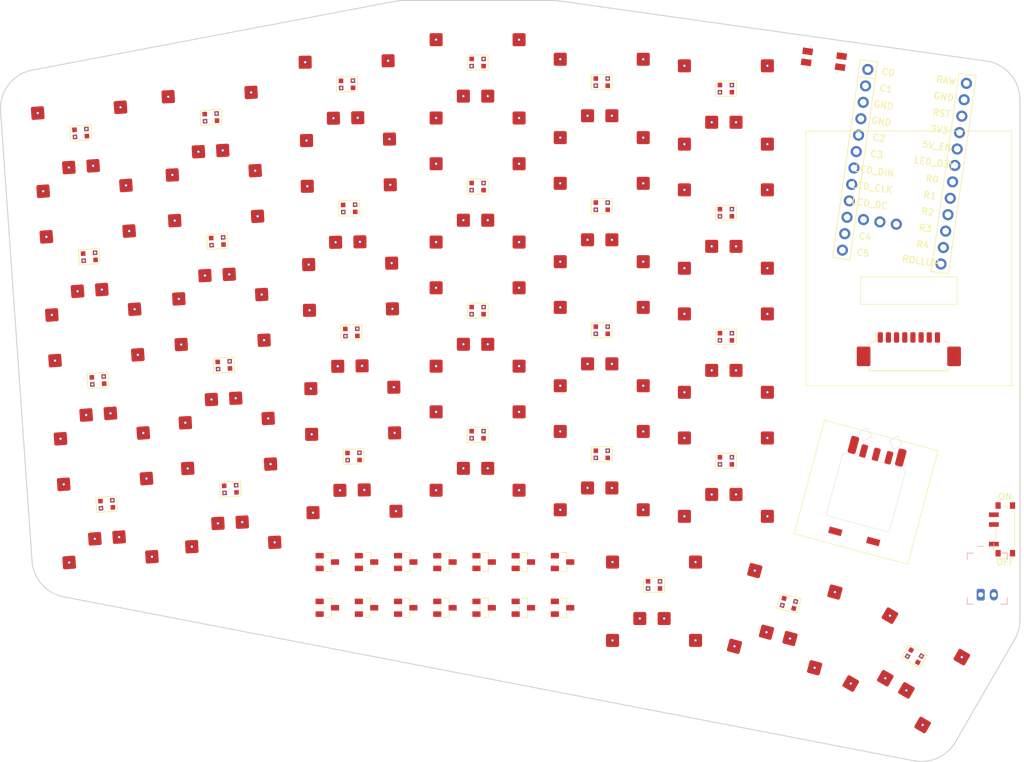
<source format=kicad_pcb>
(kicad_pcb (version 20241229) (generator "pcbnew") (generator_version "9.0")
  (title_block (title "toomanykeys_left_unrouted") (date "2025-06-10") (rev "0.1") (company "huntercook"))
  (layers (0 "F.Cu" signal) (2 "B.Cu" signal) (13 "F.Paste" user) (15 "B.Paste" user) (5 "F.SilkS" user "F.Silkscreen") (7 "B.SilkS" user "B.Silkscreen") (1 "F.Mask" user) (3 "B.Mask" user) (25 "Edge.Cuts" user))
  (net 0 "")
  (net 1 "RAW")
  (net 2 "GND")
  (net 3 "RST")
  (net 4 "3V3")
  (net 5 "5V_EN")
  (net 6 "LED_D3V")
  (net 7 "R0")
  (net 8 "R1")
  (net 9 "R2")
  (net 10 "R3")
  (net 11 "R4")
  (net 12 "ROLLUP")
  (net 13 "C0")
  (net 14 "C1")
  (net 15 "C2")
  (net 16 "C3")
  (net 17 "LCD_DIN")
  (net 18 "LCD_CLK")
  (net 19 "LCD_DC")
  (net 20 "LCD_BL")
  (net 21 "C4")
  (net 22 "C5")
  (net 23 "LCD_CS")
  (net 24 "LCD_RST")
  (net 25 "ROLLDN")
  (net 26 "outer_bottom")
  (net 27 "outer_home")
  (net 28 "outer_top")
  (net 29 "outer_num")
  (net 30 "pinky_bottom")
  (net 31 "pinky_home")
  (net 32 "pinky_top")
  (net 33 "pinky_num")
  (net 34 "ring_bottom")
  (net 35 "ring_home")
  (net 36 "ring_top")
  (net 37 "ring_num")
  (net 38 "middle_bottom")
  (net 39 "middle_home")
  (net 40 "middle_top")
  (net 41 "middle_num")
  (net 42 "index_bottom")
  (net 43 "index_home")
  (net 44 "index_top")
  (net 45 "index_num")
  (net 46 "inner_bottom")
  (net 47 "inner_home")
  (net 48 "inner_top")
  (net 49 "inner_num")
  (net 50 "near_fan")
  (net 51 "mid_fan")
  (net 52 "far_fan")
  (net 53 "LED_27")
  (net 54 "LED_26")
  (net 55 "5V")
  (net 56 "LED_25")
  (net 57 "LED_24")
  (net 58 "LED_23")
  (net 59 "LED_19")
  (net 60 "LED_18")
  (net 61 "LED_17")
  (net 62 "LED_16")
  (net 63 "LED_15")
  (net 64 "LED_11")
  (net 65 "LED_10")
  (net 66 "LED_9")
  (net 67 "LED_8")
  (net 68 "LED_7")
  (net 69 "LED_20")
  (net 70 "LED_21")
  (net 71 "LED_22")
  (net 72 "LED_12")
  (net 73 "LED_13")
  (net 74 "LED_14")
  (net 75 "LED_4")
  (net 76 "LED_3")
  (net 77 "LED_5")
  (net 78 "LED_6")
  (net 79 "LED_2")
  (net 80 "LED_1")
  (net 81 "LED_D5V")
  (net 82 "roller")
  (net 83 "BAT_P")
  (footprint "ceoloide:power_switch_smd_side" (layer "F.Cu") (at 137.338327 1.357023)
    (property "Reference" "PWR1" (hide yes))
    (property "Value" "")
  )
  (footprint "PG1316S" (layer "F.Cu") (at 36.985386 -45.306051 1)
    (property "Reference" "S11" (hide yes))
    (property "Value" "")
  )
  (footprint "ceoloide:mounting_hole_npth" (layer "F.Cu") (at 69.593327 -76.642977)
    (property "Reference" "MH4" (hide yes))
    (property "Value" "")
  )
  (footprint "BAV70 SOT23" (layer "F.Cu") (at 51.593327 13.357023 -90)
    (property "Reference" "D3" (hide yes))
    (property "Value" "BAV70")
  )
  (footprint "ceoloide:mounting_hole_npth" (layer "F.Cu") (at 5.162444 -69.529484 4)
    (property "Reference" "MH1" (hide yes))
    (property "Value" "")
  )
  (footprint "PG1316S" (layer "F.Cu") (at 56.593327 -67.642977)
    (property "Reference" "S16" (hide yes))
    (property "Value" "")
  )
  (footprint "PG1316S" (layer "F.Cu") (at 94.593327 -63.642977)
    (property "Reference" "S24" (hide yes))
    (property "Value" "")
  )
  (footprint "PG1316S" (layer "F.Cu") (at 75.593327 -7.642977)
    (property "Reference" "S17" (hide yes))
    (property "Value" "")
  )
  (footprint "LED_WS2812B-2020_PLCC4_2.0x2.0mm" (layer "F.Cu") (at 36.61016 -66.802776 -179)
    (property "Reference" "LED8" (hide yes))
    (property "Value" "")
  )
  (footprint "ceoloide:reset_switch_smd_side" (layer "F.Cu") (at 109.593327 -70.642977 -8)
    (property "Reference" "RST1" (hide yes))
    (property "Value" "")
  )
  (footprint "PG1316S" (layer "F.Cu") (at 36.653791 -64.303157 1)
    (property "Reference" "S12" (hide yes))
    (property "Value" "")
  )
  (footprint "LCD_1.69_Waveshare" (layer "F.Cu") (at 122.593327 -40.142977 180)
    (property "Reference" "LCD1" (hide yes))
    (property "Value" "")
  )
  (footprint "LED_WS2812B-2020_PLCC4_2.0x2.0mm" (layer "F.Cu") (at 94.593327 -66.142977)
    (property "Reference" "LED24" (hide yes))
    (property "Value" "")
  )
  (footprint "PG1316S" (layer "F.Cu") (at 17.889577 -21.296898 3)
    (property "Reference" "S6" (hide yes))
    (property "Value" "")
  )
  (footprint "BAV70 SOT23" (layer "F.Cu") (at 45.593327 6.357023 -90)
    (property "Reference" "D10" (hide yes))
    (property "Value" "BAV70")
  )
  (footprint "CKW12" (layer "F.Cu") (at 116.048827 -4.331612 75)
    (property "Reference" "RE1" (hide yes))
    (property "Value" "")
    (fp_line (start -4.5 -5) (end 4.5 -4.999999) (stroke (width 0.05)) (layer "Edge.Cuts"))
    (fp_line (start 5 -4.5) (end 4.999999 4.5) (stroke (width 0.05)) (layer "Edge.Cuts"))
    (fp_line (start 8.393604 -3.394264) (end 7.545076 -2.545736) (stroke (width 0.05)) (layer "Edge.Cuts"))
    (fp_line (start 8.605736 -3.394264) (end 9.454264 -2.545736) (stroke (width 0.05)) (layer "Edge.Cuts"))
    (fp_line (start 7.545076 -2.333604) (end 8.393604 -1.485076) (stroke (width 0.05)) (layer "Edge.Cuts"))
    (fp_line (start 8.605736 -1.485076) (end 9.454264 -2.333604) (stroke (width 0.05)) (layer "Edge.Cuts"))
    (fp_line (start -5 4.5) (end -4.999999 -4.5) (stroke (width 0.05)) (layer "Edge.Cuts"))
    (fp_line (start 8.397868 1.480812) (end 7.54934 2.32934) (stroke (width 0.05)) (layer "Edge.Cuts"))
    (fp_line (start 8.61 1.480812) (end 9.458528 2.32934) (stroke (width 0.05)) (layer "Edge.Cuts"))
    (fp_line (start -4.5 4.999999) (end 4.5 5) (stroke (width 0.05)) (layer "Edge.Cuts"))
    (fp_line (start 7.54934 2.541472) (end 8.397868 3.39) (stroke (width 0.05)) (layer "Edge.Cuts"))
    (fp_line (start 8.61 3.39) (end 9.458528 2.541472) (stroke (width 0.05)) (layer "Edge.Cuts"))
    (fp_line (start 4.5 5) (end 4.999999 4.5) (stroke (width 0.05)) (layer "Edge.Cuts"))
    (fp_arc (start -4.999999 -4.5) (mid -4.853553 -4.853553) (end -4.5 -5) (stroke (width 0.05)) (layer "Edge.Cuts"))
    (fp_arc (start 4.5 -4.999999) (mid 4.853553 -4.853553) (end 5 -4.5) (stroke (width 0.05)) (layer "Edge.Cuts"))
    (fp_arc (start 8.393604 -3.394264) (mid 8.49967 -3.438198) (end 8.605736 -3.394264) (stroke (width 0.05)) (layer "Edge.Cuts"))
    (fp_arc (start 7.545076 -2.333604) (mid 7.501142 -2.43967) (end 7.545076 -2.545736) (stroke (width 0.05)) (layer "Edge.Cuts"))
    (fp_arc (start 9.454264 -2.545736) (mid 9.498198 -2.43967) (end 9.454264 -2.333604) (stroke (width 0.05)) (layer "Edge.Cuts"))
    (fp_arc (start 8.605736 -1.485076) (mid 8.49967 -1.441142) (end 8.393604 -1.485076) (stroke (width 0.05)) (layer "Edge.Cuts"))
    (fp_arc (start 8.397868 1.480812) (mid 8.503934 1.436878) (end 8.61 1.480812) (stroke (width 0.05)) (layer "Edge.Cuts"))
    (fp_arc (start -4.5 4.999999) (mid -4.853553 4.853553) (end -5 4.5) (stroke (width 0.05)) (layer "Edge.Cuts"))
    (fp_arc (start 7.54934 2.541472) (mid 7.505406 2.435406) (end 7.54934 2.32934) (stroke (width 0.05)) (layer "Edge.Cuts"))
    (fp_arc (start 9.458528 2.32934) (mid 9.502462 2.435406) (end 9.458528 2.541472) (stroke (width 0.05)) (layer "Edge.Cuts"))
    (fp_arc (start 8.61 3.39) (mid 8.503934 3.433934) (end 8.397868 3.39) (stroke (width 0.05)) (layer "Edge.Cuts"))
  )
  (footprint "PG1316S" (layer "F.Cu") (at 94.593327 -44.642977)
    (property "Reference" "S23" (hide yes))
    (property "Value" "")
  )
  (footprint "LED_WS2812B-2020_PLCC4_2.0x2.0mm" (layer "F.Cu") (at 75.593327 -29.142977 180)
    (property "Reference" "LED10" (hide yes))
    (property "Value" "")
  )
  (footprint "LED_WS2812B-2020_PLCC4_2.0x2.0mm" (layer "F.Cu") (at -2.825137 -40.401344 -176)
    (property "Reference" "LED3" (hide yes))
    (property "Value" "")
  )
  (footprint "BAV70 SOT23" (layer "F.Cu") (at 33.593327 6.357023 -90)
    (property "Reference" "D2" (hide yes))
    (property "Value" "BAV70")
  )
  (footprint "PG1316S" (layer "F.Cu") (at 56.593327 -48.642977)
    (property "Reference" "S15" (hide yes))
    (property "Value" "")
  )
  (footprint "LED_WS2812B-2020_PLCC4_2.0x2.0mm" (layer "F.Cu") (at 15.769971 -61.741395 3)
    (property "Reference" "LED16" (hide yes))
    (property "Value" "")
  )
  (footprint "BAV70 SOT23" (layer "F.Cu") (at 39.593327 6.357023 -90)
    (property "Reference" "D6" (hide yes))
    (property "Value" "BAV70")
  )
  (footprint "BAV70 SOT23" (layer "F.Cu") (at 45.593327 13.357023 -90)
    (property "Reference" "D12" (hide yes))
    (property "Value" "BAV70")
  )
  (footprint "PG1316S" (layer "F.Cu") (at 75.593327 -45.642977)
    (property "Reference" "S19" (hide yes))
    (property "Value" "")
  )
  (footprint "ceoloide:mounting_hole_npth" (layer "F.Cu") (at 68.593327 22.357023)
    (property "Reference" "MH5" (hide yes))
    (property "Value" "")
  )
  (footprint "ceoloide:mounting_hole_npth" (layer "F.Cu") (at 116.200091 33.332005 -30)
    (property "Reference" "MH6" (hide yes))
    (property "Value" "")
  )
  (footprint "PG1316S" (layer "F.Cu") (at 56.593327 -29.642977)
    (property "Reference" "S14" (hide yes))
    (property "Value" "")
  )
  (footprint "LED_WS2812B-2020_PLCC4_2.0x2.0mm" (layer "F.Cu") (at 16.764354 -42.767433 3)
    (property "Reference" "LED15" (hide yes))
    (property "Value" "")
  )
  (footprint "PG1316S" (layer "F.Cu") (at 122.200091 22.9397 -30)
    (property "Reference" "S27" (hide yes))
    (property "Value" "")
  )
  (footprint "LED_WS2812B-2020_PLCC4_2.0x2.0mm" (layer "F.Cu") (at -1.499764 -21.447627 -176)
    (property "Reference" "LED2" (hide yes))
    (property "Value" "")
  )
  (footprint "PG1316S" (layer "F.Cu") (at 94.593327 -6.642977)
    (property "Reference" "S21" (hide yes))
    (property "Value" "")
  )
  (footprint "PG1316S" (layer "F.Cu") (at 103.593327 15.107023 -15)
    (property "Reference" "S26" (hide yes))
    (property "Value" "")
  )
  (footprint "PG1316S" (layer "F.Cu") (at 75.593327 -26.642977)
    (property "Reference" "S18" (hide yes))
    (property "Value" "")
  )
  (footprint "PG1316S" (layer "F.Cu") (at 15.900811 -59.244821 3)
    (property "Reference" "S8" (hide yes))
    (property "Value" "")
  )
  (footprint "PG1316S" (layer "F.Cu") (at -1.325373 -18.953717 4)
    (property "Reference" "S2" (hide yes))
    (property "Value" "")
  )
  (footprint "LED_WS2812B-2020_PLCC4_2.0x2.0mm" (layer "F.Cu") (at 56.593327 -13.142977)
    (property "Reference" "LED17" (hide yes))
    (property "Value" "")
  )
  (footprint "PG1316S" (layer "F.Cu") (at 83.593327 12.357023)
    (property "Reference" "S25" (hide yes))
    (property "Value" "")
  )
  (footprint "PG1316S" (layer "F.Cu") (at 16.895194 -40.27086 3)
    (property "Reference" "S7" (hide yes))
    (property "Value" "")
  )
  (footprint "PG1316S" (layer "F.Cu") (at -2.650746 -37.907434 4)
    (property "Reference" "S3" (hide yes))
    (property "Value" "")
  )
  (footprint "LED_WS2812B-2020_PLCC4_2.0x2.0mm" (layer "F.Cu") (at -0.174391 -2.49391 -176)
    (property "Reference" "LED1" (hide yes))
    (property "Value" "")
  )
  (footprint "BAV70 SOT23" (layer "F.Cu") (at 51.593327 6.357023 -90)
    (property "Reference" "D1" (hide yes))
    (property "Value" "BAV70")
  )
  (footprint "BAV70 SOT23" (layer "F.Cu") (at 57.593327 13.357023 -90)
    (property "Reference" "D7" (hide yes))
    (property "Value" "BAV70")
  )
  (footprint "ceoloide:mcu_nice_nano" (layer "F.Cu") (at 122.093327 -55.442977 -8)
    (property "Reference" "MCU1" (hide yes))
    (property "Value" "")
  )
  (footprint "LED_WS2812B-2020_PLCC4_2.0x2.0mm" (layer "F.Cu") (at 56.593327 -70.142977)
    (property "Reference" "LED20" (hide yes))
    (property "Value" "")
  )
  (footprint "LED_WS2812B-2020_PLCC4_2.0x2.0mm" (layer "F.Cu") (at -4.15051 -59.355061 -176)
    (property "Reference" "LED4" (hide yes))
    (property "Value" "")
  )
  (footprint "LED_WS2812B-2020_PLCC4_2.0x2.0mm" (layer "F.Cu") (at 75.593327 -10.142977 180)
    (property "Reference" "LED9" (hide yes))
    (property "Value" "")
  )
  (footprint "BAV70 SOT23" (layer "F.Cu") (at 57.593327 6.357023 -90)
    (property "Reference" "D5" (hide yes))
    (property "Value" "BAV70")
  )
  (footprint "LED_WS2812B-2020_PLCC4_2.0x2.0mm" (layer "F.Cu") (at 18.753121 -4.819511 3)
    (property "Reference" "LED13" (hide yes))
    (property "Value" "")
  )
  (footprint "PG1316S" (layer "F.Cu") (at -3.976119 -56.861151 4)
    (property "Reference" "S4" (hide yes))
    (property "Value" "")
  )
  (footprint "LED_WS2812B-2020_PLCC4_2.0x2.0mm" (layer "F.Cu") (at 36.941755 -47.80567 -179)
    (property "Reference" "LED7" (hide yes))
    (property "Value" "")
  )
  (footprint "LED_WS2812B-2020_PLCC4_2.0x2.0mm" (layer "F.Cu") (at 56.593327 -32.142977)
    (property "Reference" "LED18" (hide yes))
    (property "Value" "")
  )
  (footprint "PG1316S" (layer "F.Cu") (at 56.593327 -10.642977)
    (property "Reference" "S13" (hide yes))
    (property "Value" "")
  )
  (footprint "ceoloide:mounting_hole_npth" (layer "F.Cu") (at 43.593327 -76.642977)
    (property "Reference" "MH3" (hide yes))
    (property "Value" "")
  )
  (footprint "LED_WS2812B-2020_PLCC4_2.0x2.0mm" (layer "F.Cu") (at 83.593327 9.857023)
    (property "Reference" "LED25" (hide yes))
    (property "Value" "")
  )
  (footprint "ceoloide:mounting_hole_npth" (layer "F.Cu") (at 136.860345 17.547395 -30)
    (property "Reference" "MH7" (hide yes))
    (property "Value" "")
  )
  (footprint "LED_WS2812B-2020_PLCC4_2.0x2.0mm" (layer "F.Cu") (at 123.450091 20.774636 -30)
    (property "Reference" "LED27" (hide yes))
    (property "Value" "")
  )
  (footprint "LED_WS2812B-2020_PLCC4_2.0x2.0mm" (layer "F.Cu") (at 37.604947 -9.811458 -179)
    (property "Reference" "LED5" (hide yes))
    (property "Value" "")
  )
  (footprint "LED_WS2812B-2020_PLCC4_2.0x2.0mm" (layer "F.Cu") (at 94.593327 -47.142977)
    (property "Reference" "LED23" (hide yes))
    (property "Value" "")
  )
  (footprint "LED_WS2812B-2020_PLCC4_2.0x2.0mm" (layer "F.Cu") (at 56.593327 -51.142977)
    (property "Reference" "LED19" (hide yes))
    (property "Value" "")
  )
  (footprint "BAV70 SOT23" (layer "F.Cu") (at 63.593327 13.357023 -90)
    (property "Reference" "D11" (hide yes))
    (property "Value" "BAV70")
  )
  (footprint "PG1316S" (layer "F.Cu") (at 0 0 4)
    (property "Reference" "S1" (hide yes))
    (property "Value" "")
  )
  (footprint "BAV70 SOT23" (layer "F.Cu") (at 69.593327 13.357023 -90)
    (property "Reference" "D14" (hide yes))
    (property "Value" "BAV70")
  )
  (footprint "ceoloide:mounting_hole_npth" (layer "F.Cu") (at 7.63311 12.285908 3)
    (property "Reference" "MH2" (hide yes))
    (property "Value" "")
  )
  (footprint "LED_WS2812B-2020_PLCC4_2.0x2.0mm" (layer "F.Cu") (at 17.758737 -23.793472 3)
    (property "Reference" "LED14" (hide yes))
    (property "Value" "")
  )
  (footprint "LED_WS2812B-2020_PLCC4_2.0x2.0mm" (layer "F.Cu") (at 104.240374 12.692208 -15)
    (property "Reference" "LED26" (hide yes))
    (property "Value" "")
  )
  (footprint "LED_WS2812B-2020_PLCC4_2.0x2.0mm" (layer "F.Cu") (at 37.273351 -28.808564 -179)
    (property "Reference" "LED6" (hide yes))
    (property "Value" "")
  )
  (footprint "BAV70 SOT23" (layer "F.Cu") (at 69.593327 6.357023 -90)
    (property "Reference" "D13" (hide yes))
    (property "Value" "BAV70")
  )
  (footprint "LED_WS2812B-2020_PLCC4_2.0x2.0mm" (layer "F.Cu") (at 75.593327 -67.142977 180)
    (property "Reference" "LED12" (hide yes))
    (property "Value" "")
  )
  (footprint "LED_WS2812B-2020_PLCC4_2.0x2.0mm" (layer "F.Cu") (at 94.593327 -9.142977)
    (property "Reference" "LED21" (hide yes))
    (property "Value" "")
  )
  (footprint "PG1316S" (layer "F.Cu") (at 94.593327 -25.642977)
    (property "Reference" "S22" (hide yes))
    (property "Value" "")
  )
  (footprint "PG1316S" (layer "F.Cu") (at 37.648578 -7.311838 1)
    (property "Reference" "S9" (hide yes))
    (property "Value" "")
  )
  (footprint "Molex_PicoBlade_53261-0871_1x08-1MP_P1.25mm_Horizontal" (layer "F.Cu") (at 122.593327 -25.642977)
    (property "Reference" "CONN1" (hide yes))
    (property "Value" "")
  )
  (footprint "PG1316S" (layer "F.Cu") (at 37.316982 -26.308945 1)
    (property "Reference" "S10" (hide yes))
    (property "Value" "")
  )
  (footprint "PG1316S" (layer "F.Cu") (at 75.593327 -64.642977)
    (property "Reference" "S20" (hide yes))
    (property "Value" "")
  )
  (footprint "LED_WS2812B-2020_PLCC4_2.0x2.0mm" (layer "F.Cu") (at 75.593327 -48.142977 180)
    (property "Reference" "LED11" (hide yes))
    (property "Value" "")
  )
  (footprint "BAV70 SOT23" (layer "F.Cu") (at 39.593327 13.357023 -90)
    (property "Reference" "D8" (hide yes))
    (property "Value" "BAV70")
  )
  (footprint "LED_WS2812B-2020_PLCC4_2.0x2.0mm" (layer "F.Cu") (at 94.593327 -28.142977)
    (property "Reference" "LED22" (hide yes))
    (property "Value" "")
  )
  (footprint "BAV70 SOT23" (layer "F.Cu") (at 63.593327 6.357023 -90)
    (property "Reference" "D9" (hide yes))
    (property "Value" "BAV70")
  )
  (footprint "PG1316S" (layer "F.Cu") (at 18.883961 -2.322937 3)
    (property "Reference" "S5" (hide yes))
    (property "Value" "")
  )
  (footprint "BAV70 SOT23" (layer "F.Cu") (at 33.593327 13.357023 -90)
    (property "Reference" "D4" (hide yes))
    (property "Value" "BAV70")
  )
  (footprint "ceoloide:battery_connector_jst_ph_2" (layer "B.Cu") (at 134.593327 11.357023 180)
    (property "Reference" "JST1" (hide yes))
    (property "Value" "")
  )
  (gr_arc (start -6.745902 11.686037) (mid -10.100348 9.773571) (end -11.594835 6.213186) (stroke (width 0.15)) (layer "Edge.Cuts"))
  (gr_line (start 123.395824 36.790433) (end -6.745902 11.686037) (stroke (width 0.15)) (layer "Edge.Cuts"))
  (gr_arc (start 68.172867 -79.642977) (mid 68.592299 -79.628301) (end 69.009678 -79.584336) (stroke (width 0.15)) (layer "Edge.Cuts"))
  (gr_line (start 138.789898 18.199051) (end 129.728847 33.898317) (stroke (width 0.15)) (layer "Edge.Cuts"))
  (gr_line (start 139.593327 -64.428828) (end 139.593327 15.199777) (stroke (width 0.15)) (layer "Edge.Cuts"))
  (gr_arc (start 134.430138 -70.370187) (mid 138.122167 -68.364501) (end 139.593327 -64.428828) (stroke (width 0.15)) (layer "Edge.Cuts"))
  (gr_arc (start 139.593327 15.199777) (mid 139.388997 16.752289) (end 138.789899 18.199051) (stroke (width 0.15)) (layer "Edge.Cuts"))
  (gr_line (start -11.545338 -68.989025) (end 44.038921 -79.537762) (stroke (width 0.15)) (layer "Edge.Cuts"))
  (gr_line (start 45.157628 -79.642977) (end 68.172867 -79.642977) (stroke (width 0.15)) (layer "Edge.Cuts"))
  (gr_arc (start -16.412015 -62.6757) (mid -15.178635 -66.75736) (end -11.545338 -68.989025) (stroke (width 0.15)) (layer "Edge.Cuts"))
  (gr_line (start 69.009678 -79.584336) (end 134.430138 -70.370187) (stroke (width 0.15)) (layer "Edge.Cuts"))
  (gr_arc (start 44.038921 -79.537762) (mid 44.595806 -79.616614) (end 45.157628 -79.642977) (stroke (width 0.15)) (layer "Edge.Cuts"))
  (gr_line (start -11.594835 6.213186) (end -16.412015 -62.6757) (stroke (width 0.15)) (layer "Edge.Cuts"))
  (gr_arc (start 129.728847 33.898317) (mid 127.024704 36.356831) (end 123.395824 36.790433) (stroke (width 0.15)) (layer "Edge.Cuts"))
)
</source>
